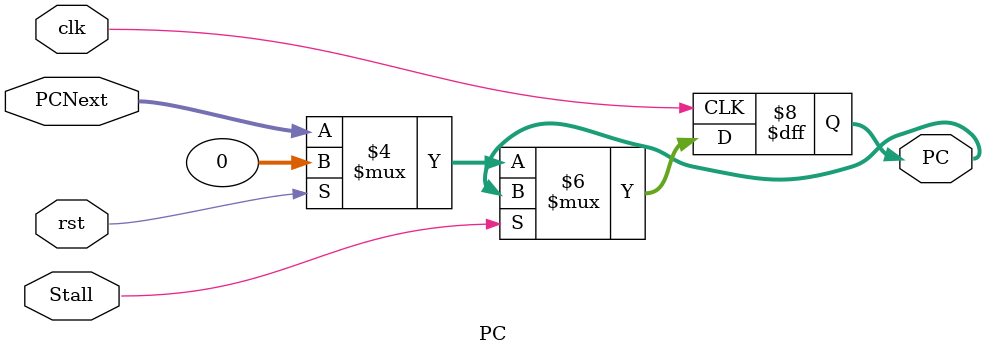
<source format=sv>
module PC #(
    parameter WIDTH = 32
)(
    input   logic              clk,
    input   logic              rst,
    input   logic [WIDTH-1:0]  PCNext,
    input   logic              Stall,
    output  logic [WIDTH-1:0]  PC
);

    always_ff @ (posedge clk) begin
 
        if (~Stall) begin
            if (rst)
            PC <= 32'b0;
            else
            PC <= PCNext;
        end
    end

endmodule

</source>
